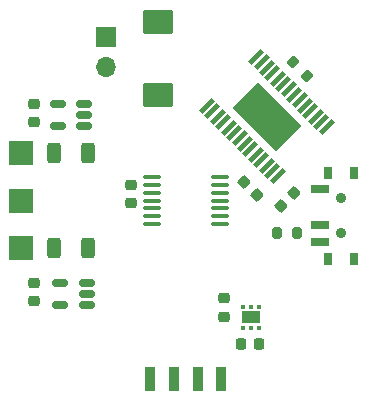
<source format=gbs>
%TF.GenerationSoftware,KiCad,Pcbnew,7.0.6*%
%TF.CreationDate,2023-09-26T22:04:44+02:00*%
%TF.ProjectId,torque_controller,746f7271-7565-45f6-936f-6e74726f6c6c,rev?*%
%TF.SameCoordinates,Original*%
%TF.FileFunction,Soldermask,Bot*%
%TF.FilePolarity,Negative*%
%FSLAX46Y46*%
G04 Gerber Fmt 4.6, Leading zero omitted, Abs format (unit mm)*
G04 Created by KiCad (PCBNEW 7.0.6) date 2023-09-26 22:04:44*
%MOMM*%
%LPD*%
G01*
G04 APERTURE LIST*
G04 Aperture macros list*
%AMRoundRect*
0 Rectangle with rounded corners*
0 $1 Rounding radius*
0 $2 $3 $4 $5 $6 $7 $8 $9 X,Y pos of 4 corners*
0 Add a 4 corners polygon primitive as box body*
4,1,4,$2,$3,$4,$5,$6,$7,$8,$9,$2,$3,0*
0 Add four circle primitives for the rounded corners*
1,1,$1+$1,$2,$3*
1,1,$1+$1,$4,$5*
1,1,$1+$1,$6,$7*
1,1,$1+$1,$8,$9*
0 Add four rect primitives between the rounded corners*
20,1,$1+$1,$2,$3,$4,$5,0*
20,1,$1+$1,$4,$5,$6,$7,0*
20,1,$1+$1,$6,$7,$8,$9,0*
20,1,$1+$1,$8,$9,$2,$3,0*%
%AMRotRect*
0 Rectangle, with rotation*
0 The origin of the aperture is its center*
0 $1 length*
0 $2 width*
0 $3 Rotation angle, in degrees counterclockwise*
0 Add horizontal line*
21,1,$1,$2,0,0,$3*%
G04 Aperture macros list end*
%ADD10R,1.700000X1.700000*%
%ADD11O,1.700000X1.700000*%
%ADD12RoundRect,0.250000X0.312500X0.625000X-0.312500X0.625000X-0.312500X-0.625000X0.312500X-0.625000X0*%
%ADD13RoundRect,0.225000X0.250000X-0.225000X0.250000X0.225000X-0.250000X0.225000X-0.250000X-0.225000X0*%
%ADD14RoundRect,0.225000X-0.250000X0.225000X-0.250000X-0.225000X0.250000X-0.225000X0.250000X0.225000X0*%
%ADD15RoundRect,0.225000X0.225000X0.250000X-0.225000X0.250000X-0.225000X-0.250000X0.225000X-0.250000X0*%
%ADD16R,2.000000X2.000000*%
%ADD17R,0.890000X2.030000*%
%ADD18RoundRect,0.200000X-0.200000X-0.275000X0.200000X-0.275000X0.200000X0.275000X-0.200000X0.275000X0*%
%ADD19RoundRect,0.225000X0.335876X0.017678X0.017678X0.335876X-0.335876X-0.017678X-0.017678X-0.335876X0*%
%ADD20RoundRect,0.150000X0.512500X0.150000X-0.512500X0.150000X-0.512500X-0.150000X0.512500X-0.150000X0*%
%ADD21RoundRect,0.100000X0.637500X0.100000X-0.637500X0.100000X-0.637500X-0.100000X0.637500X-0.100000X0*%
%ADD22RoundRect,0.200000X-0.335876X-0.053033X-0.053033X-0.335876X0.335876X0.053033X0.053033X0.335876X0*%
%ADD23RoundRect,0.250000X1.025000X-0.787500X1.025000X0.787500X-1.025000X0.787500X-1.025000X-0.787500X0*%
%ADD24RoundRect,0.225000X0.017678X-0.335876X0.335876X-0.017678X-0.017678X0.335876X-0.335876X0.017678X0*%
%ADD25R,1.500000X0.700000*%
%ADD26R,0.800000X1.000000*%
%ADD27C,0.900000*%
%ADD28RotRect,0.450000X1.475000X315.000000*%
%ADD29RotRect,3.100000X5.180000X45.000000*%
%ADD30RoundRect,0.093750X0.106250X-0.093750X0.106250X0.093750X-0.106250X0.093750X-0.106250X-0.093750X0*%
%ADD31R,1.600000X1.000000*%
G04 APERTURE END LIST*
D10*
%TO.C,J3*%
X-6750000Y13875000D03*
D11*
X-6750000Y11335000D03*
%TD*%
D12*
%TO.C,RS1*%
X-8267500Y-4000000D03*
X-11192500Y-4000000D03*
%TD*%
D13*
%TO.C,CMAG1*%
X-4640000Y-235000D03*
X-4640000Y1315000D03*
%TD*%
%TO.C,CINA1*%
X-12830000Y6630000D03*
X-12830000Y8180000D03*
%TD*%
D12*
%TO.C,RS2*%
X-8267500Y4000000D03*
X-11192500Y4000000D03*
%TD*%
D14*
%TO.C,C2*%
X3190000Y-8290000D03*
X3190000Y-9840000D03*
%TD*%
D15*
%TO.C,C3*%
X6225000Y-12122776D03*
X4675000Y-12122776D03*
%TD*%
D16*
%TO.C,M2*%
X-14000000Y0D03*
%TD*%
D17*
%TO.C,J2*%
X-3000000Y-15150000D03*
X-1000000Y-15150000D03*
X1000000Y-15150000D03*
X3000000Y-15150000D03*
%TD*%
D16*
%TO.C,M1*%
X-14000000Y-4000000D03*
%TD*%
D18*
%TO.C,RBOOT1*%
X9365000Y-2740000D03*
X7715000Y-2740000D03*
%TD*%
D19*
%TO.C,CVCP1*%
X6038008Y467992D03*
X4941992Y1564008D03*
%TD*%
D20*
%TO.C,U3*%
X-8592500Y8180000D03*
X-8592500Y7230000D03*
X-8592500Y6280000D03*
X-10867500Y6280000D03*
X-10867500Y8180000D03*
%TD*%
D21*
%TO.C,AS5048A1*%
X2862500Y1950000D03*
X2862500Y1300000D03*
X2862500Y650000D03*
X2862500Y0D03*
X2862500Y-650000D03*
X2862500Y-1300000D03*
X2862500Y-1950000D03*
X-2862500Y-1950000D03*
X-2862500Y-1300000D03*
X-2862500Y-650000D03*
X-2862500Y0D03*
X-2862500Y650000D03*
X-2862500Y1300000D03*
X-2862500Y1950000D03*
%TD*%
D22*
%TO.C,REN1*%
X9056637Y11723363D03*
X10223363Y10556637D03*
%TD*%
D23*
%TO.C,CDRV1*%
X-2340000Y8930000D03*
X-2340000Y15155000D03*
%TD*%
D13*
%TO.C,CINA2*%
X-12830000Y-8520000D03*
X-12830000Y-6970000D03*
%TD*%
D20*
%TO.C,U2*%
X-10637500Y-6970000D03*
X-10637500Y-8870000D03*
X-8362500Y-8870000D03*
X-8362500Y-7920000D03*
X-8362500Y-6970000D03*
%TD*%
D24*
%TO.C,CCP1*%
X8041992Y-488008D03*
X9138008Y608008D03*
%TD*%
D25*
%TO.C,SW1*%
X11385000Y-3540000D03*
X11385000Y-2040000D03*
X11385000Y960000D03*
D26*
X12035000Y-4940000D03*
X14245000Y-4940000D03*
D27*
X13145000Y-2790000D03*
X13145000Y210000D03*
D26*
X12035000Y2360000D03*
X14245000Y2360000D03*
%TD*%
D28*
%TO.C,IC1*%
X7760046Y2034994D03*
X7300427Y2494614D03*
X6840808Y2954233D03*
X6381188Y3413852D03*
X5921569Y3873472D03*
X5461949Y4333091D03*
X5002330Y4792711D03*
X4542711Y5252330D03*
X4083091Y5711949D03*
X3623472Y6171569D03*
X3163852Y6631188D03*
X2704233Y7090808D03*
X2244614Y7550427D03*
X1784994Y8010046D03*
X5939954Y12165006D03*
X6399573Y11705386D03*
X6859192Y11245767D03*
X7318812Y10786148D03*
X7778431Y10326528D03*
X8238051Y9866909D03*
X8697670Y9407289D03*
X9157289Y8947670D03*
X9616909Y8488051D03*
X10076528Y8028431D03*
X10536148Y7568812D03*
X10995767Y7109192D03*
X11455386Y6649573D03*
X11915006Y6189954D03*
D29*
X6850000Y7100000D03*
%TD*%
D16*
%TO.C,M3*%
X-14000000Y4000000D03*
%TD*%
D30*
%TO.C,U1*%
X6160000Y-10787776D03*
X5510000Y-10787776D03*
X4860000Y-10787776D03*
X4860000Y-9012776D03*
X5510000Y-9012776D03*
X6160000Y-9012776D03*
D31*
X5510000Y-9900276D03*
%TD*%
M02*

</source>
